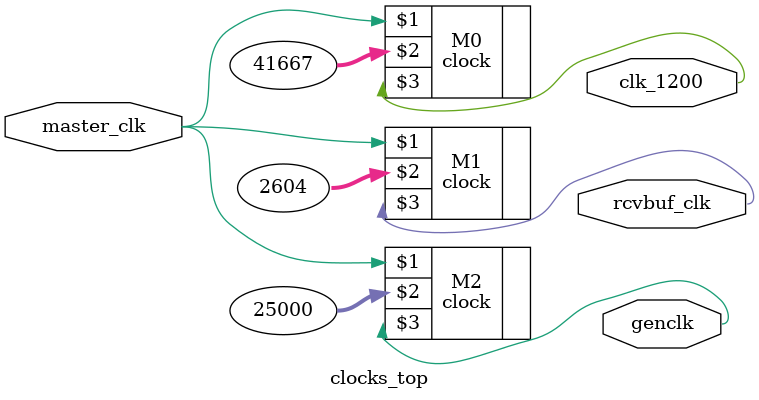
<source format=v>
/*  Author: bkeith

	File: clocks_top.v 
    Description: This module produces the various clocks required by the 
    			  submodules of satcom.v   
	
	Inputs:		master_clk		- 100 MHz system clock
				
	Outputs:	rcvbuf_clk		- clock for rx buffer (rx_buffer.v)
				clk_1200		- clock for dispensing data into communications 
								  loopback at 1200 b/sec (rx_buffer.v)
				genclk			- clock for buffer control state machine (buffer_control.v)
	
	History:	3/11/14		- started.	
*/

module clocks_top(
	input master_clk,
	output wire rcvbuf_clk,
	output wire clk_1200,
	output wire genclk
	);

	clock M0 (master_clk, 41667, clk_1200);		// 1200 Hz
	clock M1 (master_clk, 2604, rcvbuf_clk);		// 16*1200 Hz 
	clock M2 (master_clk, 25000, genclk);		// 2000 Hz

endmodule

</source>
